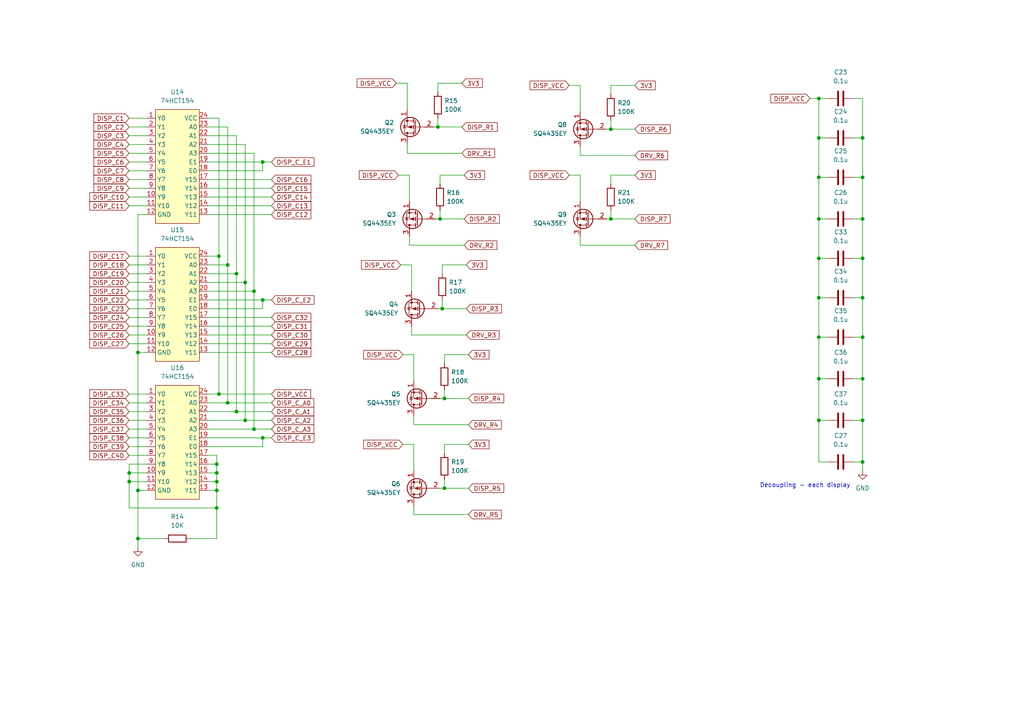
<source format=kicad_sch>
(kicad_sch (version 20230121) (generator eeschema)
  (paper "A4")
  (lib_symbols
    (symbol "Device:C" (pin_numbers hide) (pin_names (offset 0.254))
      (property "Reference" "C" (at 0.635 2.54 0))
      (property "Value" "C" (at 0.635 -2.54 0))
      (symbol "C_0_1"
        (polyline (pts (xy -2.032 -0.762) (xy 2.032 -0.762)) (stroke (width 0.508)))
        (polyline (pts (xy -2.032 0.762) (xy 2.032 0.762)) (stroke (width 0.508)))
      )
      (symbol "C_1_1"
        (pin passive line (at 0 3.81 270) (length 2.794) (name "~") (number "1"))
        (pin passive line (at 0 -3.81 90) (length 2.794) (name "~") (number "2"))
      )
    )
    (symbol "Device:Q_PMOS_SGD" (pin_names (offset 0) hide)
      (property "Reference" "Q" (at 5.08 1.27 0))
      (property "Value" "Q_PMOS_SGD" (at 5.08 -1.27 0))
      (symbol "Q_PMOS_SGD_0_1"
        (polyline (pts (xy 0.254 0) (xy -2.54 0)))
        (polyline (pts (xy 0.254 1.905) (xy 0.254 -1.905)) (stroke (width 0.254)))
        (polyline (pts (xy 0.762 -1.27) (xy 0.762 -2.286)) (stroke (width 0.254)))
        (polyline (pts (xy 0.762 0.508) (xy 0.762 -0.508)) (stroke (width 0.254)))
        (polyline (pts (xy 0.762 2.286) (xy 0.762 1.27)) (stroke (width 0.254)))
        (polyline (pts (xy 2.54 2.54) (xy 2.54 1.778)))
        (polyline (pts (xy 2.54 -2.54) (xy 2.54 0) (xy 0.762 0)))
        (polyline (pts (xy 0.762 1.778) (xy 3.302 1.778) (xy 3.302 -1.778) (xy 0.762 -1.778)))
        (polyline (pts (xy 2.286 0) (xy 1.27 0.381) (xy 1.27 -0.381) (xy 2.286 0)) (fill (type outline)))
        (polyline (pts (xy 2.794 -0.508) (xy 2.921 -0.381) (xy 3.683 -0.381) (xy 3.81 -0.254)))
        (polyline (pts (xy 3.302 -0.381) (xy 2.921 0.254) (xy 3.683 0.254) (xy 3.302 -0.381)))
        (circle (center 1.651 0) (radius 2.794) (stroke (width 0.254)))
        (circle (center 2.54 -1.778) (radius 0.254) (fill (type outline)))
        (circle (center 2.54 1.778) (radius 0.254) (fill (type outline)))
      )
      (symbol "Q_PMOS_SGD_1_1"
        (pin passive line (at 2.54 -5.08 90) (length 2.54) (name "S") (number "1"))
        (pin input line (at -5.08 0 0) (length 2.54) (name "G") (number "2"))
        (pin passive line (at 2.54 5.08 270) (length 2.54) (name "D") (number "3"))
      )
    )
    (symbol "Device:R" (pin_numbers hide) (pin_names (offset 0))
      (property "Reference" "R" (at 2.032 0 90))
      (property "Value" "R" (at 0 0 90))
      (symbol "R_0_1"
        (rectangle (start -1.016 -2.54) (end 1.016 2.54) (stroke (width 0.254)))
      )
      (symbol "R_1_1"
        (pin passive line (at 0 3.81 270) (length 1.27) (name "~") (number "1"))
        (pin passive line (at 0 -3.81 90) (length 1.27) (name "~") (number "2"))
      )
    )
    (symbol "components:74HCT154"
      (property "Reference" "U" (at 0 0 0))
      (property "Value" "74HCT154" (at 0 17.78 0))
      (symbol "74HCT154_1_1"
        (rectangle (start -6.35 16.51) (end 6.35 -16.51) (fill (type background)))
        (pin input line (at -8.89 13.97 0) (length 2.54) (name "Y0") (number "1"))
        (pin input line (at -8.89 -8.89 0) (length 2.54) (name "Y9") (number "10"))
        (pin input line (at -8.89 -11.43 0) (length 2.54) (name "Y10") (number "11"))
        (pin input line (at -8.89 -13.97 0) (length 2.54) (name "GND") (number "12"))
        (pin input line (at 8.89 -13.97 180) (length 2.54) (name "Y11") (number "13"))
        (pin input line (at 8.89 -11.43 180) (length 2.54) (name "Y12") (number "14"))
        (pin input line (at 8.89 -8.89 180) (length 2.54) (name "Y13") (number "15"))
        (pin input line (at 8.89 -6.35 180) (length 2.54) (name "Y14") (number "16"))
        (pin input line (at 8.89 -3.81 180) (length 2.54) (name "Y15") (number "17"))
        (pin input line (at 8.89 -1.27 180) (length 2.54) (name "E0") (number "18"))
        (pin input line (at 8.89 1.27 180) (length 2.54) (name "E1") (number "19"))
        (pin input line (at -8.89 11.43 0) (length 2.54) (name "Y1") (number "2"))
        (pin input line (at 8.89 3.81 180) (length 2.54) (name "A3") (number "20"))
        (pin input line (at 8.89 6.35 180) (length 2.54) (name "A2") (number "21"))
        (pin input line (at 8.89 8.89 180) (length 2.54) (name "A1") (number "22"))
        (pin input line (at 8.89 11.43 180) (length 2.54) (name "A0") (number "23"))
        (pin input line (at 8.89 13.97 180) (length 2.54) (name "VCC") (number "24"))
        (pin input line (at -8.89 8.89 0) (length 2.54) (name "Y2") (number "3"))
        (pin input line (at -8.89 6.35 0) (length 2.54) (name "Y3") (number "4"))
        (pin input line (at -8.89 3.81 0) (length 2.54) (name "Y4") (number "5"))
        (pin input line (at -8.89 1.27 0) (length 2.54) (name "Y5") (number "6"))
        (pin input line (at -8.89 -1.27 0) (length 2.54) (name "Y6") (number "7"))
        (pin input line (at -8.89 -3.81 0) (length 2.54) (name "Y7") (number "8"))
        (pin input line (at -8.89 -6.35 0) (length 2.54) (name "Y8") (number "9"))
      )
    )
    (symbol "power:GND" (power) (pin_names (offset 0))
      (property "Value" "GND" (at 0 -3.81 0))
      (symbol "GND_0_1"
        (polyline (pts (xy 0 0) (xy 0 -1.27) (xy 1.27 -1.27) (xy 0 -2.54) (xy -1.27 -1.27) (xy 0 -1.27)))
      )
      (symbol "GND_1_1"
        (pin power_in line (at 0 0 270) (length 0) hide (name "GND") (number "1"))
      )
    )
  )
  (junction (at 37.465 139.7))
  (junction (at 128.905 115.57))
  (junction (at 250.19 63.5))
  (junction (at 62.865 137.16))
  (junction (at 37.465 137.16))
  (junction (at 250.19 86.36))
  (junction (at 62.865 139.7))
  (junction (at 250.19 109.855))
  (junction (at 237.49 86.36))
  (junction (at 68.58 119.38))
  (junction (at 128.905 141.605))
  (junction (at 127 36.83))
  (junction (at 66.04 116.84))
  (junction (at 237.49 97.79))
  (junction (at 128.27 89.535))
  (junction (at 73.66 124.46))
  (junction (at 63.5 74.295))
  (junction (at 177.165 37.465))
  (junction (at 62.865 142.24))
  (junction (at 62.865 147.32))
  (junction (at 76.2 86.995))
  (junction (at 250.19 121.92))
  (junction (at 68.58 79.375))
  (junction (at 40.005 102.235))
  (junction (at 127.635 63.5))
  (junction (at 177.165 63.5))
  (junction (at 62.865 134.62))
  (junction (at 237.49 121.92))
  (junction (at 71.12 81.915))
  (junction (at 237.49 28.575))
  (junction (at 66.04 76.835))
  (junction (at 237.49 109.855))
  (junction (at 250.19 40.005))
  (junction (at 237.49 74.93))
  (junction (at 250.19 133.985))
  (junction (at 76.2 127))
  (junction (at 250.19 74.93))
  (junction (at 71.12 121.92))
  (junction (at 250.19 97.79))
  (junction (at 63.5 114.3))
  (junction (at 73.66 84.455))
  (junction (at 237.49 51.435))
  (junction (at 237.49 63.5))
  (junction (at 40.005 156.21))
  (junction (at 250.19 51.435))
  (junction (at 76.2 46.99))
  (junction (at 237.49 40.005))
  (junction (at 40.005 142.24))
  (wire (pts (xy 128.905 141.605) (xy 128.905 139.065)))
  (wire (pts (xy 250.19 86.36) (xy 250.19 97.79)))
  (wire (pts (xy 37.465 94.615) (xy 42.545 94.615)))
  (wire (pts (xy 237.49 121.92) (xy 237.49 133.985)))
  (wire (pts (xy 247.65 86.36) (xy 250.19 86.36)))
  (wire (pts (xy 250.19 40.005) (xy 250.19 51.435)))
  (wire (pts (xy 168.275 71.12) (xy 184.15 71.12)))
  (wire (pts (xy 37.465 39.37) (xy 42.545 39.37)))
  (wire (pts (xy 60.325 76.835) (xy 66.04 76.835)))
  (wire (pts (xy 37.465 54.61) (xy 42.545 54.61)))
  (wire (pts (xy 37.465 59.69) (xy 42.545 59.69)))
  (wire (pts (xy 116.205 76.835) (xy 119.38 76.835)))
  (wire (pts (xy 177.165 63.5) (xy 177.165 60.96)))
  (wire (pts (xy 60.325 79.375) (xy 68.58 79.375)))
  (wire (pts (xy 37.465 134.62) (xy 37.465 137.16)))
  (wire (pts (xy 60.325 57.15) (xy 78.74 57.15)))
  (wire (pts (xy 40.005 62.23) (xy 40.005 102.235)))
  (wire (pts (xy 66.04 76.835) (xy 66.04 116.84)))
  (wire (pts (xy 127 36.83) (xy 127 34.29)))
  (wire (pts (xy 37.465 147.32) (xy 62.865 147.32)))
  (wire (pts (xy 40.005 156.21) (xy 40.005 158.75)))
  (wire (pts (xy 250.19 63.5) (xy 250.19 74.93)))
  (wire (pts (xy 177.165 37.465) (xy 184.15 37.465)))
  (wire (pts (xy 63.5 114.3) (xy 60.325 114.3)))
  (wire (pts (xy 60.325 127) (xy 76.2 127)))
  (wire (pts (xy 40.005 102.235) (xy 42.545 102.235)))
  (wire (pts (xy 37.465 34.29) (xy 42.545 34.29)))
  (wire (pts (xy 116.84 128.905) (xy 120.015 128.905)))
  (wire (pts (xy 66.04 116.84) (xy 60.325 116.84)))
  (wire (pts (xy 60.325 52.07) (xy 78.74 52.07)))
  (wire (pts (xy 68.58 39.37) (xy 68.58 79.375)))
  (wire (pts (xy 128.27 89.535) (xy 135.255 89.535)))
  (wire (pts (xy 60.325 99.695) (xy 78.74 99.695)))
  (wire (pts (xy 116.84 102.87) (xy 120.015 102.87)))
  (wire (pts (xy 60.325 92.075) (xy 78.74 92.075)))
  (wire (pts (xy 37.465 57.15) (xy 42.545 57.15)))
  (wire (pts (xy 120.015 146.685) (xy 120.015 149.225)))
  (wire (pts (xy 37.465 121.92) (xy 42.545 121.92)))
  (wire (pts (xy 62.865 132.08) (xy 60.325 132.08)))
  (wire (pts (xy 118.745 68.58) (xy 118.745 71.12)))
  (wire (pts (xy 60.325 97.155) (xy 78.74 97.155)))
  (wire (pts (xy 37.465 99.695) (xy 42.545 99.695)))
  (wire (pts (xy 115.57 50.8) (xy 118.745 50.8)))
  (wire (pts (xy 63.5 34.29) (xy 63.5 74.295)))
  (wire (pts (xy 60.325 62.23) (xy 78.74 62.23)))
  (wire (pts (xy 128.905 102.87) (xy 135.89 102.87)))
  (wire (pts (xy 127 36.83) (xy 133.985 36.83)))
  (wire (pts (xy 168.275 68.58) (xy 168.275 71.12)))
  (wire (pts (xy 60.325 89.535) (xy 76.2 89.535)))
  (wire (pts (xy 37.465 89.535) (xy 42.545 89.535)))
  (wire (pts (xy 60.325 94.615) (xy 78.74 94.615)))
  (wire (pts (xy 127.635 115.57) (xy 128.905 115.57)))
  (wire (pts (xy 68.58 119.38) (xy 60.325 119.38)))
  (wire (pts (xy 177.165 24.765) (xy 184.15 24.765)))
  (wire (pts (xy 60.325 59.69) (xy 78.74 59.69)))
  (wire (pts (xy 127.635 141.605) (xy 128.905 141.605)))
  (wire (pts (xy 37.465 46.99) (xy 42.545 46.99)))
  (wire (pts (xy 66.04 36.83) (xy 66.04 76.835)))
  (wire (pts (xy 168.275 32.385) (xy 168.275 24.765)))
  (wire (pts (xy 62.865 139.7) (xy 62.865 142.24)))
  (wire (pts (xy 60.325 81.915) (xy 71.12 81.915)))
  (wire (pts (xy 128.27 89.535) (xy 128.27 86.995)))
  (wire (pts (xy 60.325 137.16) (xy 62.865 137.16)))
  (wire (pts (xy 237.49 74.93) (xy 237.49 86.36)))
  (wire (pts (xy 37.465 129.54) (xy 42.545 129.54)))
  (wire (pts (xy 37.465 44.45) (xy 42.545 44.45)))
  (wire (pts (xy 250.19 109.855) (xy 250.19 121.92)))
  (wire (pts (xy 128.905 102.87) (xy 128.905 105.41)))
  (wire (pts (xy 37.465 79.375) (xy 42.545 79.375)))
  (wire (pts (xy 175.895 63.5) (xy 177.165 63.5)))
  (wire (pts (xy 128.27 76.835) (xy 135.255 76.835)))
  (wire (pts (xy 37.465 127) (xy 42.545 127)))
  (wire (pts (xy 73.66 44.45) (xy 60.325 44.45)))
  (wire (pts (xy 128.905 128.905) (xy 128.905 131.445)))
  (wire (pts (xy 60.325 54.61) (xy 78.74 54.61)))
  (wire (pts (xy 237.49 40.005) (xy 237.49 51.435)))
  (wire (pts (xy 37.465 97.155) (xy 42.545 97.155)))
  (wire (pts (xy 168.275 58.42) (xy 168.275 50.8)))
  (wire (pts (xy 250.19 133.985) (xy 247.65 133.985)))
  (wire (pts (xy 68.58 79.375) (xy 68.58 119.38)))
  (wire (pts (xy 237.49 86.36) (xy 240.03 86.36)))
  (wire (pts (xy 177.165 24.765) (xy 177.165 27.305)))
  (wire (pts (xy 37.465 139.7) (xy 37.465 137.16)))
  (wire (pts (xy 128.905 141.605) (xy 135.89 141.605)))
  (wire (pts (xy 76.2 127) (xy 78.74 127)))
  (wire (pts (xy 60.325 124.46) (xy 73.66 124.46)))
  (wire (pts (xy 237.49 121.92) (xy 240.03 121.92)))
  (wire (pts (xy 237.49 74.93) (xy 240.03 74.93)))
  (wire (pts (xy 237.49 97.79) (xy 237.49 109.855)))
  (wire (pts (xy 73.66 44.45) (xy 73.66 84.455)))
  (wire (pts (xy 62.865 147.32) (xy 62.865 156.21)))
  (wire (pts (xy 42.545 139.7) (xy 37.465 139.7)))
  (wire (pts (xy 119.38 84.455) (xy 119.38 76.835)))
  (wire (pts (xy 73.66 84.455) (xy 73.66 124.46)))
  (wire (pts (xy 60.325 139.7) (xy 62.865 139.7)))
  (wire (pts (xy 37.465 74.295) (xy 42.545 74.295)))
  (wire (pts (xy 37.465 92.075) (xy 42.545 92.075)))
  (wire (pts (xy 42.545 62.23) (xy 40.005 62.23)))
  (wire (pts (xy 62.865 134.62) (xy 62.865 137.16)))
  (wire (pts (xy 120.015 110.49) (xy 120.015 102.87)))
  (wire (pts (xy 71.12 81.915) (xy 71.12 121.92)))
  (wire (pts (xy 237.49 86.36) (xy 237.49 97.79)))
  (wire (pts (xy 127.635 50.8) (xy 127.635 53.34)))
  (wire (pts (xy 63.5 114.3) (xy 78.74 114.3)))
  (wire (pts (xy 237.49 109.855) (xy 240.03 109.855)))
  (wire (pts (xy 250.19 51.435) (xy 250.19 63.5)))
  (wire (pts (xy 127.635 63.5) (xy 127.635 60.96)))
  (wire (pts (xy 175.895 37.465) (xy 177.165 37.465)))
  (wire (pts (xy 76.2 89.535) (xy 76.2 86.995)))
  (wire (pts (xy 37.465 137.16) (xy 42.545 137.16)))
  (wire (pts (xy 60.325 74.295) (xy 63.5 74.295)))
  (wire (pts (xy 62.865 132.08) (xy 62.865 134.62)))
  (wire (pts (xy 76.2 86.995) (xy 78.74 86.995)))
  (wire (pts (xy 76.2 46.99) (xy 76.2 49.53)))
  (wire (pts (xy 62.865 137.16) (xy 62.865 139.7)))
  (wire (pts (xy 73.66 124.46) (xy 78.74 124.46)))
  (wire (pts (xy 62.865 142.24) (xy 62.865 147.32)))
  (wire (pts (xy 114.935 24.13) (xy 118.11 24.13)))
  (wire (pts (xy 60.325 46.99) (xy 76.2 46.99)))
  (wire (pts (xy 250.19 133.985) (xy 250.19 136.525)))
  (wire (pts (xy 37.465 52.07) (xy 42.545 52.07)))
  (wire (pts (xy 168.275 42.545) (xy 168.275 45.085)))
  (wire (pts (xy 63.5 74.295) (xy 63.5 114.3)))
  (wire (pts (xy 168.275 45.085) (xy 184.15 45.085)))
  (wire (pts (xy 237.49 97.79) (xy 240.03 97.79)))
  (wire (pts (xy 120.015 120.65) (xy 120.015 123.19)))
  (wire (pts (xy 60.325 36.83) (xy 66.04 36.83)))
  (wire (pts (xy 37.465 116.84) (xy 42.545 116.84)))
  (wire (pts (xy 247.65 109.855) (xy 250.19 109.855)))
  (wire (pts (xy 165.1 50.8) (xy 168.275 50.8)))
  (wire (pts (xy 247.65 74.93) (xy 250.19 74.93)))
  (wire (pts (xy 127 24.13) (xy 133.985 24.13)))
  (wire (pts (xy 118.745 71.12) (xy 134.62 71.12)))
  (wire (pts (xy 237.49 109.855) (xy 237.49 121.92)))
  (wire (pts (xy 237.49 133.985) (xy 240.03 133.985)))
  (wire (pts (xy 177.165 37.465) (xy 177.165 34.925)))
  (wire (pts (xy 60.325 34.29) (xy 63.5 34.29)))
  (wire (pts (xy 37.465 81.915) (xy 42.545 81.915)))
  (wire (pts (xy 126.365 63.5) (xy 127.635 63.5)))
  (wire (pts (xy 71.12 41.91) (xy 71.12 81.915)))
  (wire (pts (xy 60.325 84.455) (xy 73.66 84.455)))
  (wire (pts (xy 237.49 28.575) (xy 240.03 28.575)))
  (wire (pts (xy 177.165 50.8) (xy 184.15 50.8)))
  (wire (pts (xy 37.465 119.38) (xy 42.545 119.38)))
  (wire (pts (xy 118.745 58.42) (xy 118.745 50.8)))
  (wire (pts (xy 250.19 28.575) (xy 250.19 40.005)))
  (wire (pts (xy 37.465 84.455) (xy 42.545 84.455)))
  (wire (pts (xy 237.49 63.5) (xy 240.03 63.5)))
  (wire (pts (xy 127.635 63.5) (xy 134.62 63.5)))
  (wire (pts (xy 128.905 128.905) (xy 135.89 128.905)))
  (wire (pts (xy 120.015 123.19) (xy 135.89 123.19)))
  (wire (pts (xy 60.325 121.92) (xy 71.12 121.92)))
  (wire (pts (xy 42.545 134.62) (xy 37.465 134.62)))
  (wire (pts (xy 40.005 102.235) (xy 40.005 142.24)))
  (wire (pts (xy 71.12 121.92) (xy 78.74 121.92)))
  (wire (pts (xy 71.12 41.91) (xy 60.325 41.91)))
  (wire (pts (xy 247.65 28.575) (xy 250.19 28.575)))
  (wire (pts (xy 66.04 116.84) (xy 78.74 116.84)))
  (wire (pts (xy 120.015 136.525) (xy 120.015 128.905)))
  (wire (pts (xy 40.005 156.21) (xy 47.625 156.21)))
  (wire (pts (xy 250.19 97.79) (xy 250.19 109.855)))
  (wire (pts (xy 76.2 86.995) (xy 60.325 86.995)))
  (wire (pts (xy 247.65 121.92) (xy 250.19 121.92)))
  (wire (pts (xy 177.165 63.5) (xy 184.15 63.5)))
  (wire (pts (xy 234.95 28.575) (xy 237.49 28.575)))
  (wire (pts (xy 60.325 102.235) (xy 78.74 102.235)))
  (wire (pts (xy 37.465 124.46) (xy 42.545 124.46)))
  (wire (pts (xy 37.465 86.995) (xy 42.545 86.995)))
  (wire (pts (xy 118.11 44.45) (xy 133.985 44.45)))
  (wire (pts (xy 37.465 139.7) (xy 37.465 147.32)))
  (wire (pts (xy 118.11 31.75) (xy 118.11 24.13)))
  (wire (pts (xy 127 89.535) (xy 128.27 89.535)))
  (wire (pts (xy 237.49 63.5) (xy 237.49 74.93)))
  (wire (pts (xy 60.325 142.24) (xy 62.865 142.24)))
  (wire (pts (xy 127.635 50.8) (xy 134.62 50.8)))
  (wire (pts (xy 37.465 36.83) (xy 42.545 36.83)))
  (wire (pts (xy 237.49 28.575) (xy 237.49 40.005)))
  (wire (pts (xy 76.2 46.99) (xy 78.74 46.99)))
  (wire (pts (xy 37.465 41.91) (xy 42.545 41.91)))
  (wire (pts (xy 62.865 156.21) (xy 55.245 156.21)))
  (wire (pts (xy 120.015 149.225) (xy 135.89 149.225)))
  (wire (pts (xy 37.465 49.53) (xy 42.545 49.53)))
  (wire (pts (xy 76.2 129.54) (xy 60.325 129.54)))
  (wire (pts (xy 247.65 51.435) (xy 250.19 51.435)))
  (wire (pts (xy 237.49 40.005) (xy 240.03 40.005)))
  (wire (pts (xy 37.465 132.08) (xy 42.545 132.08)))
  (wire (pts (xy 60.325 134.62) (xy 62.865 134.62)))
  (wire (pts (xy 76.2 49.53) (xy 60.325 49.53)))
  (wire (pts (xy 37.465 114.3) (xy 42.545 114.3)))
  (wire (pts (xy 247.65 97.79) (xy 250.19 97.79)))
  (wire (pts (xy 177.165 50.8) (xy 177.165 53.34)))
  (wire (pts (xy 237.49 51.435) (xy 237.49 63.5)))
  (wire (pts (xy 60.325 39.37) (xy 68.58 39.37)))
  (wire (pts (xy 125.73 36.83) (xy 127 36.83)))
  (wire (pts (xy 250.19 121.92) (xy 250.19 133.985)))
  (wire (pts (xy 250.19 40.005) (xy 247.65 40.005)))
  (wire (pts (xy 128.905 115.57) (xy 135.89 115.57)))
  (wire (pts (xy 76.2 127) (xy 76.2 129.54)))
  (wire (pts (xy 119.38 97.155) (xy 135.255 97.155)))
  (wire (pts (xy 40.005 142.24) (xy 42.545 142.24)))
  (wire (pts (xy 127 24.13) (xy 127 26.67)))
  (wire (pts (xy 237.49 51.435) (xy 240.03 51.435)))
  (wire (pts (xy 68.58 119.38) (xy 78.74 119.38)))
  (wire (pts (xy 250.19 74.93) (xy 250.19 86.36)))
  (wire (pts (xy 37.465 76.835) (xy 42.545 76.835)))
  (wire (pts (xy 247.65 63.5) (xy 250.19 63.5)))
  (wire (pts (xy 128.27 76.835) (xy 128.27 79.375)))
  (wire (pts (xy 118.11 41.91) (xy 118.11 44.45)))
  (wire (pts (xy 165.1 24.765) (xy 168.275 24.765)))
  (wire (pts (xy 119.38 94.615) (xy 119.38 97.155)))
  (wire (pts (xy 40.005 142.24) (xy 40.005 156.21)))
  (wire (pts (xy 128.905 115.57) (xy 128.905 113.03)))
  (text "Decoupling - each display" (at 220.345 141.605 0) (effects (font (size 1.27 1.27)) (justify left bottom)))
  (global_label "DISP_VCC" (shape input) (at 234.95 28.575 180) (property "Intersheetrefs" "${INTERSHEET_REFS}" (effects hide)))
  (global_label "DISP_C3" (shape input) (at 37.465 39.37 180) (property "Intersheetrefs" "${INTERSHEET_REFS}" (effects hide)))
  (global_label "DISP_C11" (shape input) (at 37.465 59.69 180) (property "Intersheetrefs" "${INTERSHEET_REFS}" (effects hide)))
  (global_label "DISP_C_A0" (shape input) (at 78.74 116.84 0) (property "Intersheetrefs" "${INTERSHEET_REFS}" (effects hide)))
  (global_label "DISP_C24" (shape input) (at 37.465 92.075 180) (property "Intersheetrefs" "${INTERSHEET_REFS}" (effects hide)))
  (global_label "3V3" (shape input) (at 134.62 50.8 0) (property "Intersheetrefs" "${INTERSHEET_REFS}" (effects hide)))
  (global_label "DISP_C28" (shape input) (at 78.74 102.235 0) (property "Intersheetrefs" "${INTERSHEET_REFS}" (effects hide)))
  (global_label "DRV_R7" (shape input) (at 184.15 71.12 0) (property "Intersheetrefs" "${INTERSHEET_REFS}" (effects hide)))
  (global_label "DISP_R6" (shape input) (at 184.15 37.465 0) (property "Intersheetrefs" "${INTERSHEET_REFS}" (effects hide)))
  (global_label "DRV_R6" (shape input) (at 184.15 45.085 0) (property "Intersheetrefs" "${INTERSHEET_REFS}" (effects hide)))
  (global_label "DISP_C_A3" (shape input) (at 78.74 124.46 0) (property "Intersheetrefs" "${INTERSHEET_REFS}" (effects hide)))
  (global_label "DISP_VCC" (shape input) (at 165.1 50.8 180) (property "Intersheetrefs" "${INTERSHEET_REFS}" (effects hide)))
  (global_label "DISP_C17" (shape input) (at 37.465 74.295 180) (property "Intersheetrefs" "${INTERSHEET_REFS}" (effects hide)))
  (global_label "DISP_C35" (shape input) (at 37.465 119.38 180) (property "Intersheetrefs" "${INTERSHEET_REFS}" (effects hide)))
  (global_label "DISP_C18" (shape input) (at 37.465 76.835 180) (property "Intersheetrefs" "${INTERSHEET_REFS}" (effects hide)))
  (global_label "DISP_C27" (shape input) (at 37.465 99.695 180) (property "Intersheetrefs" "${INTERSHEET_REFS}" (effects hide)))
  (global_label "DISP_C_E1" (shape input) (at 78.74 46.99 0) (property "Intersheetrefs" "${INTERSHEET_REFS}" (effects hide)))
  (global_label "DISP_VCC" (shape input) (at 78.74 114.3 0) (property "Intersheetrefs" "${INTERSHEET_REFS}" (effects hide)))
  (global_label "DISP_C29" (shape input) (at 78.74 99.695 0) (property "Intersheetrefs" "${INTERSHEET_REFS}" (effects hide)))
  (global_label "DISP_C15" (shape input) (at 78.74 54.61 0) (property "Intersheetrefs" "${INTERSHEET_REFS}" (effects hide)))
  (global_label "DISP_R7" (shape input) (at 184.15 63.5 0) (property "Intersheetrefs" "${INTERSHEET_REFS}" (effects hide)))
  (global_label "DISP_C6" (shape input) (at 37.465 46.99 180) (property "Intersheetrefs" "${INTERSHEET_REFS}" (effects hide)))
  (global_label "3V3" (shape input) (at 135.89 128.905 0) (property "Intersheetrefs" "${INTERSHEET_REFS}" (effects hide)))
  (global_label "DISP_VCC" (shape input) (at 115.57 50.8 180) (property "Intersheetrefs" "${INTERSHEET_REFS}" (effects hide)))
  (global_label "DISP_R1" (shape input) (at 133.985 36.83 0) (property "Intersheetrefs" "${INTERSHEET_REFS}" (effects hide)))
  (global_label "DISP_R5" (shape input) (at 135.89 141.605 0) (property "Intersheetrefs" "${INTERSHEET_REFS}" (effects hide)))
  (global_label "DISP_C23" (shape input) (at 37.465 89.535 180) (property "Intersheetrefs" "${INTERSHEET_REFS}" (effects hide)))
  (global_label "DISP_C13" (shape input) (at 78.74 59.69 0) (property "Intersheetrefs" "${INTERSHEET_REFS}" (effects hide)))
  (global_label "DISP_C5" (shape input) (at 37.465 44.45 180) (property "Intersheetrefs" "${INTERSHEET_REFS}" (effects hide)))
  (global_label "DISP_C10" (shape input) (at 37.465 57.15 180) (property "Intersheetrefs" "${INTERSHEET_REFS}" (effects hide)))
  (global_label "DISP_C39" (shape input) (at 37.465 129.54 180) (property "Intersheetrefs" "${INTERSHEET_REFS}" (effects hide)))
  (global_label "3V3" (shape input) (at 135.255 76.835 0) (property "Intersheetrefs" "${INTERSHEET_REFS}" (effects hide)))
  (global_label "DRV_R5" (shape input) (at 135.89 149.225 0) (property "Intersheetrefs" "${INTERSHEET_REFS}" (effects hide)))
  (global_label "DISP_R3" (shape input) (at 135.255 89.535 0) (property "Intersheetrefs" "${INTERSHEET_REFS}" (effects hide)))
  (global_label "DISP_C16" (shape input) (at 78.74 52.07 0) (property "Intersheetrefs" "${INTERSHEET_REFS}" (effects hide)))
  (global_label "DISP_C_E3" (shape input) (at 78.74 127 0) (property "Intersheetrefs" "${INTERSHEET_REFS}" (effects hide)))
  (global_label "DISP_C_E2" (shape input) (at 78.74 86.995 0) (property "Intersheetrefs" "${INTERSHEET_REFS}" (effects hide)))
  (global_label "DISP_C34" (shape input) (at 37.465 116.84 180) (property "Intersheetrefs" "${INTERSHEET_REFS}" (effects hide)))
  (global_label "DISP_C_A2" (shape input) (at 78.74 121.92 0) (property "Intersheetrefs" "${INTERSHEET_REFS}" (effects hide)))
  (global_label "DISP_VCC" (shape input) (at 114.935 24.13 180) (property "Intersheetrefs" "${INTERSHEET_REFS}" (effects hide)))
  (global_label "DISP_VCC" (shape input) (at 165.1 24.765 180) (property "Intersheetrefs" "${INTERSHEET_REFS}" (effects hide)))
  (global_label "DISP_C31" (shape input) (at 78.74 94.615 0) (property "Intersheetrefs" "${INTERSHEET_REFS}" (effects hide)))
  (global_label "DISP_R2" (shape input) (at 134.62 63.5 0) (property "Intersheetrefs" "${INTERSHEET_REFS}" (effects hide)))
  (global_label "DISP_C7" (shape input) (at 37.465 49.53 180) (property "Intersheetrefs" "${INTERSHEET_REFS}" (effects hide)))
  (global_label "DISP_VCC" (shape input) (at 116.84 102.87 180) (property "Intersheetrefs" "${INTERSHEET_REFS}" (effects hide)))
  (global_label "DISP_C32" (shape input) (at 78.74 92.075 0) (property "Intersheetrefs" "${INTERSHEET_REFS}" (effects hide)))
  (global_label "DISP_C_A1" (shape input) (at 78.74 119.38 0) (property "Intersheetrefs" "${INTERSHEET_REFS}" (effects hide)))
  (global_label "DISP_C26" (shape input) (at 37.465 97.155 180) (property "Intersheetrefs" "${INTERSHEET_REFS}" (effects hide)))
  (global_label "DISP_R4" (shape input) (at 135.89 115.57 0) (property "Intersheetrefs" "${INTERSHEET_REFS}" (effects hide)))
  (global_label "DISP_C14" (shape input) (at 78.74 57.15 0) (property "Intersheetrefs" "${INTERSHEET_REFS}" (effects hide)))
  (global_label "DISP_VCC" (shape input) (at 116.205 76.835 180) (property "Intersheetrefs" "${INTERSHEET_REFS}" (effects hide)))
  (global_label "DISP_C30" (shape input) (at 78.74 97.155 0) (property "Intersheetrefs" "${INTERSHEET_REFS}" (effects hide)))
  (global_label "DISP_C9" (shape input) (at 37.465 54.61 180) (property "Intersheetrefs" "${INTERSHEET_REFS}" (effects hide)))
  (global_label "DISP_C19" (shape input) (at 37.465 79.375 180) (property "Intersheetrefs" "${INTERSHEET_REFS}" (effects hide)))
  (global_label "DISP_C22" (shape input) (at 37.465 86.995 180) (property "Intersheetrefs" "${INTERSHEET_REFS}" (effects hide)))
  (global_label "DISP_C33" (shape input) (at 37.465 114.3 180) (property "Intersheetrefs" "${INTERSHEET_REFS}" (effects hide)))
  (global_label "DRV_R1" (shape input) (at 133.985 44.45 0) (property "Intersheetrefs" "${INTERSHEET_REFS}" (effects hide)))
  (global_label "DISP_C21" (shape input) (at 37.465 84.455 180) (property "Intersheetrefs" "${INTERSHEET_REFS}" (effects hide)))
  (global_label "DISP_VCC" (shape input) (at 116.84 128.905 180) (property "Intersheetrefs" "${INTERSHEET_REFS}" (effects hide)))
  (global_label "DRV_R3" (shape input) (at 135.255 97.155 0) (property "Intersheetrefs" "${INTERSHEET_REFS}" (effects hide)))
  (global_label "DRV_R4" (shape input) (at 135.89 123.19 0) (property "Intersheetrefs" "${INTERSHEET_REFS}" (effects hide)))
  (global_label "DISP_C37" (shape input) (at 37.465 124.46 180) (property "Intersheetrefs" "${INTERSHEET_REFS}" (effects hide)))
  (global_label "DISP_C36" (shape input) (at 37.465 121.92 180) (property "Intersheetrefs" "${INTERSHEET_REFS}" (effects hide)))
  (global_label "DISP_C40" (shape input) (at 37.465 132.08 180) (property "Intersheetrefs" "${INTERSHEET_REFS}" (effects hide)))
  (global_label "3V3" (shape input) (at 184.15 24.765 0) (property "Intersheetrefs" "${INTERSHEET_REFS}" (effects hide)))
  (global_label "3V3" (shape input) (at 135.89 102.87 0) (property "Intersheetrefs" "${INTERSHEET_REFS}" (effects hide)))
  (global_label "DRV_R2" (shape input) (at 134.62 71.12 0) (property "Intersheetrefs" "${INTERSHEET_REFS}" (effects hide)))
  (global_label "DISP_C8" (shape input) (at 37.465 52.07 180) (property "Intersheetrefs" "${INTERSHEET_REFS}" (effects hide)))
  (global_label "DISP_C1" (shape input) (at 37.465 34.29 180) (property "Intersheetrefs" "${INTERSHEET_REFS}" (effects hide)))
  (global_label "DISP_C2" (shape input) (at 37.465 36.83 180) (property "Intersheetrefs" "${INTERSHEET_REFS}" (effects hide)))
  (global_label "DISP_C12" (shape input) (at 78.74 62.23 0) (property "Intersheetrefs" "${INTERSHEET_REFS}" (effects hide)))
  (global_label "3V3" (shape input) (at 133.985 24.13 0) (property "Intersheetrefs" "${INTERSHEET_REFS}" (effects hide)))
  (global_label "DISP_C4" (shape input) (at 37.465 41.91 180) (property "Intersheetrefs" "${INTERSHEET_REFS}" (effects hide)))
  (global_label "3V3" (shape input) (at 184.15 50.8 0) (property "Intersheetrefs" "${INTERSHEET_REFS}" (effects hide)))
  (global_label "DISP_C38" (shape input) (at 37.465 127 180) (property "Intersheetrefs" "${INTERSHEET_REFS}" (effects hide)))
  (global_label "DISP_C25" (shape input) (at 37.465 94.615 180) (property "Intersheetrefs" "${INTERSHEET_REFS}" (effects hide)))
  (global_label "DISP_C20" (shape input) (at 37.465 81.915 180) (property "Intersheetrefs" "${INTERSHEET_REFS}" (effects hide)))
  (symbol (lib_id "Device:C") (at 243.84 97.79 90) (unit 1)
    (property "Reference" "C35" (at 243.84 90.17 90))
    (property "Value" "0.1u" (at 243.84 92.71 90))
    (property "Footprint" "Capacitor_SMD:C_0603_1608Metric" (effects hide))
  )
  (symbol (lib_id "components:74HCT154") (at 51.435 88.265 0) (unit 1)
    (property "Reference" "U15" (at 51.435 66.675 0))
    (property "Value" "74HCT154" (at 51.435 69.215 0))
    (property "Footprint" "Package_SO:TSSOP-24_4.4x7.8mm_P0.65mm" (effects hide))
  )
  (symbol (lib_id "Device:Q_PMOS_SGD") (at 170.815 37.465 180) (unit 1)
    (property "Reference" "Q8" (at 164.465 36.195 0) (effects (justify left)))
    (property "Value" "SQ4435EY" (at 164.465 38.735 0) (effects (justify left)))
    (property "Footprint" "components:SO8_MOSFET_S3G1D4" (effects hide))
  )
  (symbol (lib_id "Device:Q_PMOS_SGD") (at 122.555 115.57 180) (unit 1)
    (property "Reference" "Q5" (at 116.205 114.3 0) (effects (justify left)))
    (property "Value" "SQ4435EY" (at 116.205 116.84 0) (effects (justify left)))
    (property "Footprint" "components:SO8_MOSFET_S3G1D4" (effects hide))
  )
  (symbol (lib_id "Device:C") (at 243.84 121.92 90) (unit 1)
    (property "Reference" "C37" (at 243.84 114.3 90))
    (property "Value" "0.1u" (at 243.84 116.84 90))
    (property "Footprint" "Capacitor_SMD:C_0603_1608Metric" (effects hide))
  )
  (symbol (lib_id "power:GND") (at 40.005 158.75 0) (unit 1)
    (property "Reference" "#PWR03" (effects hide))
    (property "Value" "GND" (at 40.005 163.83 0))
  )
  (symbol (lib_id "Device:R") (at 177.165 31.115 0) (unit 1)
    (property "Reference" "R20" (at 179.07 29.845 0) (effects (justify left)))
    (property "Value" "100K" (at 179.07 32.385 0) (effects (justify left)))
    (property "Footprint" "Resistor_SMD:R_0603_1608Metric" (effects hide))
  )
  (symbol (lib_id "Device:Q_PMOS_SGD") (at 122.555 141.605 180) (unit 1)
    (property "Reference" "Q6" (at 116.205 140.335 0) (effects (justify left)))
    (property "Value" "SQ4435EY" (at 116.205 142.875 0) (effects (justify left)))
    (property "Footprint" "components:SO8_MOSFET_S3G1D4" (effects hide))
  )
  (symbol (lib_id "Device:R") (at 51.435 156.21 90) (unit 1)
    (property "Reference" "R14" (at 51.435 149.86 90))
    (property "Value" "10K" (at 51.435 152.4 90))
    (property "Footprint" "Capacitor_SMD:C_0603_1608Metric" (effects hide))
  )
  (symbol (lib_id "Device:Q_PMOS_SGD") (at 120.65 36.83 180) (unit 1)
    (property "Reference" "Q2" (at 114.3 35.56 0) (effects (justify left)))
    (property "Value" "SQ4435EY" (at 114.3 38.1 0) (effects (justify left)))
    (property "Footprint" "components:SO8_MOSFET_S3G1D4" (effects hide))
  )
  (symbol (lib_id "Device:C") (at 243.84 109.855 90) (unit 1)
    (property "Reference" "C36" (at 243.84 102.235 90))
    (property "Value" "0.1u" (at 243.84 104.775 90))
    (property "Footprint" "Capacitor_SMD:C_0603_1608Metric" (effects hide))
  )
  (symbol (lib_id "Device:R") (at 128.27 83.185 0) (unit 1)
    (property "Reference" "R17" (at 130.175 81.915 0) (effects (justify left)))
    (property "Value" "100K" (at 130.175 84.455 0) (effects (justify left)))
    (property "Footprint" "Resistor_SMD:R_0603_1608Metric" (effects hide))
  )
  (symbol (lib_id "Device:C") (at 243.84 40.005 90) (unit 1)
    (property "Reference" "C24" (at 243.84 32.385 90))
    (property "Value" "0.1u" (at 243.84 34.925 90))
    (property "Footprint" "Capacitor_SMD:C_0603_1608Metric" (effects hide))
  )
  (symbol (lib_id "Device:R") (at 127 30.48 0) (unit 1)
    (property "Reference" "R15" (at 128.905 29.21 0) (effects (justify left)))
    (property "Value" "100K" (at 128.905 31.75 0) (effects (justify left)))
    (property "Footprint" "Resistor_SMD:R_0603_1608Metric" (effects hide))
  )
  (symbol (lib_id "Device:R") (at 128.905 135.255 0) (unit 1)
    (property "Reference" "R19" (at 130.81 133.985 0) (effects (justify left)))
    (property "Value" "100K" (at 130.81 136.525 0) (effects (justify left)))
    (property "Footprint" "Resistor_SMD:R_0603_1608Metric" (effects hide))
  )
  (symbol (lib_id "Device:C") (at 243.84 63.5 90) (unit 1)
    (property "Reference" "C26" (at 243.84 55.88 90))
    (property "Value" "0.1u" (at 243.84 58.42 90))
    (property "Footprint" "Capacitor_SMD:C_0603_1608Metric" (effects hide))
  )
  (symbol (lib_id "power:GND") (at 250.19 136.525 0) (unit 1)
    (property "Reference" "#PWR04" (effects hide))
    (property "Value" "GND" (at 250.19 141.605 0))
  )
  (symbol (lib_id "Device:Q_PMOS_SGD") (at 121.285 63.5 180) (unit 1)
    (property "Reference" "Q3" (at 114.935 62.23 0) (effects (justify left)))
    (property "Value" "SQ4435EY" (at 114.935 64.77 0) (effects (justify left)))
    (property "Footprint" "components:SO8_MOSFET_S3G1D4" (effects hide))
  )
  (symbol (lib_id "Device:Q_PMOS_SGD") (at 121.92 89.535 180) (unit 1)
    (property "Reference" "Q4" (at 115.57 88.265 0) (effects (justify left)))
    (property "Value" "SQ4435EY" (at 115.57 90.805 0) (effects (justify left)))
    (property "Footprint" "components:SO8_MOSFET_S3G1D4" (effects hide))
  )
  (symbol (lib_id "Device:R") (at 128.905 109.22 0) (unit 1)
    (property "Reference" "R18" (at 130.81 107.95 0) (effects (justify left)))
    (property "Value" "100K" (at 130.81 110.49 0) (effects (justify left)))
    (property "Footprint" "Resistor_SMD:R_0603_1608Metric" (effects hide))
  )
  (symbol (lib_id "Device:R") (at 127.635 57.15 0) (unit 1)
    (property "Reference" "R16" (at 129.54 55.88 0) (effects (justify left)))
    (property "Value" "100K" (at 129.54 58.42 0) (effects (justify left)))
    (property "Footprint" "Resistor_SMD:R_0603_1608Metric" (effects hide))
  )
  (symbol (lib_id "Device:Q_PMOS_SGD") (at 170.815 63.5 180) (unit 1)
    (property "Reference" "Q9" (at 164.465 62.23 0) (effects (justify left)))
    (property "Value" "SQ4435EY" (at 164.465 64.77 0) (effects (justify left)))
    (property "Footprint" "components:SO8_MOSFET_S3G1D4" (effects hide))
  )
  (symbol (lib_id "Device:C") (at 243.84 74.93 90) (unit 1)
    (property "Reference" "C33" (at 243.84 67.31 90))
    (property "Value" "0.1u" (at 243.84 69.85 90))
    (property "Footprint" "Capacitor_SMD:C_0603_1608Metric" (effects hide))
  )
  (symbol (lib_id "Device:C") (at 243.84 51.435 90) (unit 1)
    (property "Reference" "C25" (at 243.84 43.815 90))
    (property "Value" "0.1u" (at 243.84 46.355 90))
    (property "Footprint" "Capacitor_SMD:C_0603_1608Metric" (effects hide))
  )
  (symbol (lib_id "components:74HCT154") (at 51.435 48.26 0) (unit 1)
    (property "Reference" "U14" (at 51.435 26.67 0))
    (property "Value" "74HCT154" (at 51.435 29.21 0))
    (property "Footprint" "Package_SO:TSSOP-24_4.4x7.8mm_P0.65mm" (effects hide))
  )
  (symbol (lib_id "Device:C") (at 243.84 28.575 90) (unit 1)
    (property "Reference" "C23" (at 243.84 20.955 90))
    (property "Value" "0.1u" (at 243.84 23.495 90))
    (property "Footprint" "Capacitor_SMD:C_0603_1608Metric" (effects hide))
  )
  (symbol (lib_id "Device:C") (at 243.84 86.36 90) (unit 1)
    (property "Reference" "C34" (at 243.84 78.74 90))
    (property "Value" "0.1u" (at 243.84 81.28 90))
    (property "Footprint" "Capacitor_SMD:C_0603_1608Metric" (effects hide))
  )
  (symbol (lib_id "Device:R") (at 177.165 57.15 0) (unit 1)
    (property "Reference" "R21" (at 179.07 55.88 0) (effects (justify left)))
    (property "Value" "100K" (at 179.07 58.42 0) (effects (justify left)))
    (property "Footprint" "Resistor_SMD:R_0603_1608Metric" (effects hide))
  )
  (symbol (lib_id "components:74HCT154") (at 51.435 128.27 0) (unit 1)
    (property "Reference" "U16" (at 51.435 106.68 0))
    (property "Value" "74HCT154" (at 51.435 109.22 0))
    (property "Footprint" "Package_SO:TSSOP-24_4.4x7.8mm_P0.65mm" (effects hide))
  )
  (symbol (lib_id "Device:C") (at 243.84 133.985 90) (unit 1)
    (property "Reference" "C27" (at 243.84 126.365 90))
    (property "Value" "0.1u" (at 243.84 128.905 90))
    (property "Footprint" "Capacitor_SMD:C_0603_1608Metric" (effects hide))
  )
)
</source>
